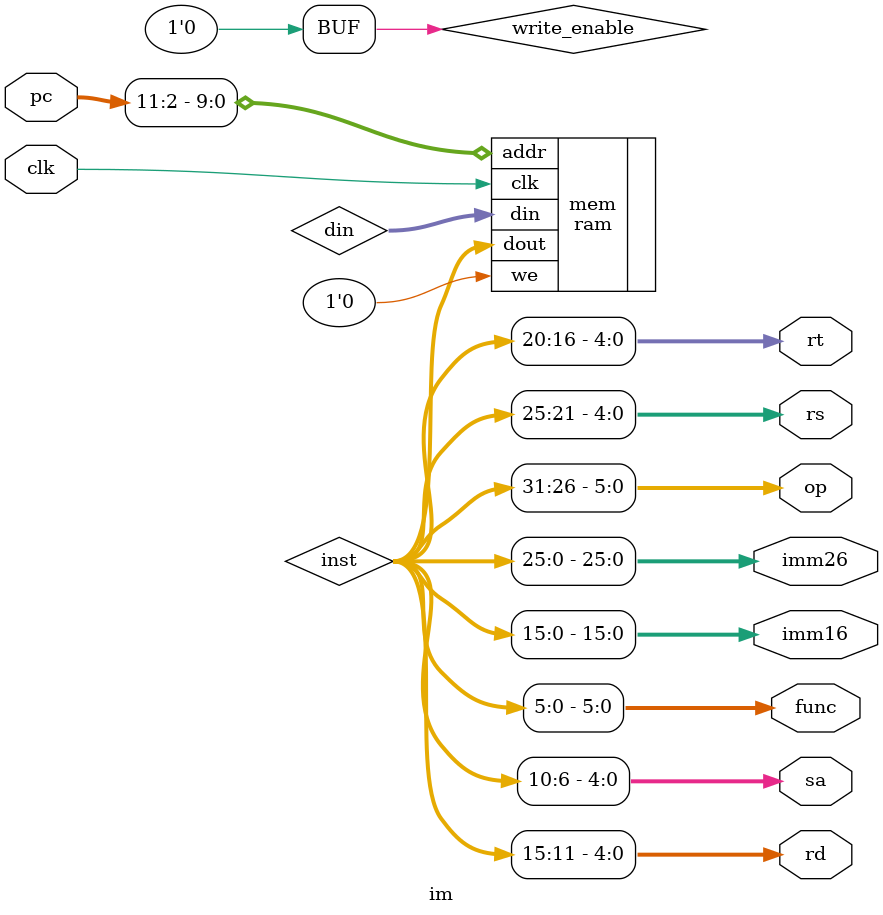
<source format=v>
module im(
    input clk,
    input [31:0] pc,
    output [5:0] op,
    output [4:0] rs,
    output [4:0] rt,
    output [4:0] rd,
    output [4:0] sa,
    output [5:0] func,
    output [15:0] imm16,
    output [25:0] imm26
);

wire write_enable;
wire [31:0] din, inst;

assign write_enable=0;
ram mem(
    .clk(clk),
    .we(write_enable),
    .addr(pc[11:2]),
    .din(din),
    .dout(inst)
);

assign op    = inst[31:26];
assign rs    = inst[25:21];
assign rt    = inst[20:16];
assign rd    = inst[15:11];
assign sa    = inst[10: 6];
assign func  = inst[ 5: 0];
assign imm16 = inst[15: 0];
assign imm26 = inst[25: 0];

endmodule
</source>
